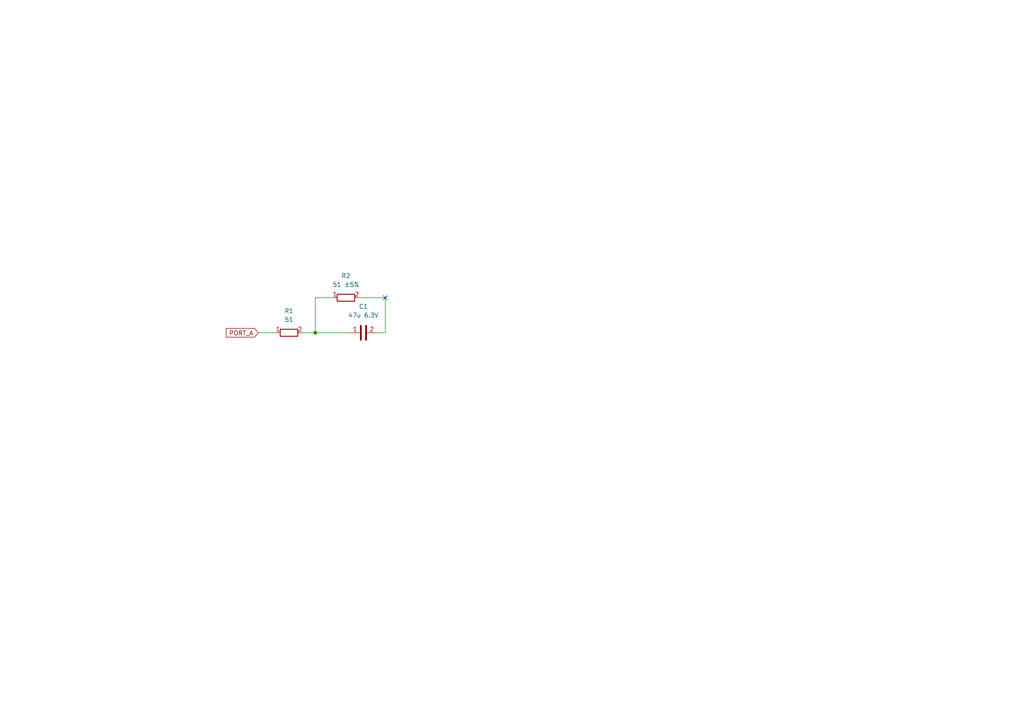
<source format=kicad_sch>
(kicad_sch (version 20211123) (generator eeschema)
  (paper "A4")
  (title_block (title "Simple Circuit") (date "2022-08-02") (rev "v01"))
  (lib_symbols
    (symbol "Device:C" (pin_names (offset 0.254))
      (property "Reference" "C" (at 0.635 2.54 0))
      (property "Value" "C" (at 0.635 -2.54 0))
      (symbol "C_0_1"
        (polyline (pts (xy -2.032 -0.762) (xy 2.032 -0.762)) (stroke (width 0.508)))
        (polyline (pts (xy -2.032 0.762) (xy 2.032 0.762)) (stroke (width 0.508)))
      )
      (symbol "C_1_1"
        (pin passive line (at 0 3.81 270) (length 2.794) (name "~") (number "1"))
        (pin passive line (at 0 -3.81 90) (length 2.794) (name "~") (number "2"))
      )
    )
    (symbol "Device:R" (pin_names (offset 0))
      (property "Reference" "R" (at 2.032 0 90))
      (property "Value" "R" (at 0 0 90))
      (symbol "R_0_1"
        (rectangle (start -1.016 -2.54) (end 1.016 2.54) (stroke (width 0.254)))
      )
      (symbol "R_1_1"
        (pin passive line (at 0 3.81 270) (length 1.27) (name "~") (number "1"))
        (pin passive line (at 0 -3.81 90) (length 1.27) (name "~") (number "2"))
      )
    )
  )
  (junction (at 91.44 96.52))
  (no_connect (at 111.76 86.36))
  (wire (pts (xy 91.44 86.36) (xy 91.44 96.52)))
  (wire (pts (xy 111.76 86.36) (xy 111.76 96.52)))
  (wire (pts (xy 104.14 86.36) (xy 111.76 86.36)))
  (wire (pts (xy 74.93 96.52) (xy 80.01 96.52)))
  (wire (pts (xy 91.44 86.36) (xy 96.52 86.36)))
  (wire (pts (xy 87.63 96.52) (xy 91.44 96.52)))
  (wire (pts (xy 109.22 96.52) (xy 111.76 96.52)))
  (wire (pts (xy 91.44 96.52) (xy 101.6 96.52)))
  (global_label "PORT_A" (shape input) (at 74.93 96.52 180) (property "Intersheet References" "${INTERSHEET_REFS}" (effects hide)))
  (symbol (lib_id "Device:R") (at 83.82 96.52 90) (unit 1)
    (property "Reference" "R1" (at 83.82 90.17 90))
    (property "Value" "51" (at 83.82 92.71 90))
  )
  (symbol (lib_id "Device:R") (at 100.33 86.36 90) (unit 1)
    (property "Reference" "R2" (at 100.33 80.01 90))
    (property "Value" "51 ±5%" (at 100.33 82.55 90))
  )
  (symbol (lib_id "Device:C") (at 105.41 96.52 90) (unit 1)
    (property "Reference" "C1" (at 105.41 88.9 90))
    (property "Value" "47u 6.3V" (at 105.41 91.44 90))
  )
)
</source>
